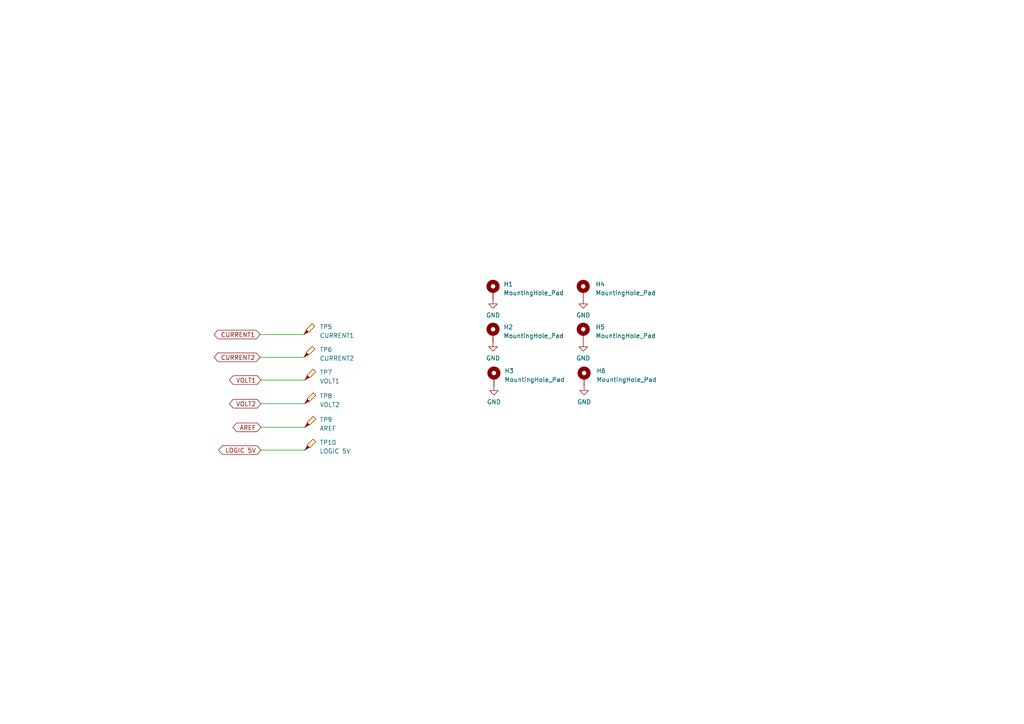
<source format=kicad_sch>
(kicad_sch (version 20230121) (generator eeschema)
  (paper "A4")
  (lib_symbols
    (symbol "Connector:TestPoint_Probe" (pin_numbers hide) (pin_names (offset 0.762) hide)
      (property "Reference" "TP" (at 1.651 5.842 0))
      (property "Value" "TestPoint_Probe" (at 1.651 4.064 0))
      (symbol "TestPoint_Probe_0_1"
        (polyline (pts (xy 1.27 0.762) (xy 0 0) (xy 0.762 1.27) (xy 1.27 0.762)) (fill (type outline)))
        (polyline (pts (xy 1.397 0.635) (xy 0.635 1.397) (xy 2.413 3.175) (xy 3.175 2.413) (xy 1.397 0.635)) (fill (type background)))
      )
      (symbol "TestPoint_Probe_1_1"
        (pin passive line (at 0 0 90) (length 0) (name "1") (number "1"))
      )
    )
    (symbol "Mechanical:MountingHole_Pad" (pin_numbers hide) (pin_names (offset 1.016) hide)
      (property "Reference" "H" (at 0 6.35 0))
      (property "Value" "MountingHole_Pad" (at 0 4.445 0))
      (symbol "MountingHole_Pad_0_1"
        (circle (center 0 1.27) (radius 1.27) (stroke (width 1.27)))
      )
      (symbol "MountingHole_Pad_1_1"
        (pin input line (at 0 -2.54 90) (length 2.54) (name "1") (number "1"))
      )
    )
    (symbol "power:GND" (power) (pin_names (offset 0))
      (property "Value" "GND" (at 0 -3.81 0))
      (symbol "GND_0_1"
        (polyline (pts (xy 0 0) (xy 0 -1.27) (xy 1.27 -1.27) (xy 0 -2.54) (xy -1.27 -1.27) (xy 0 -1.27)))
      )
      (symbol "GND_1_1"
        (pin power_in line (at 0 0 270) (length 0) hide (name "GND") (number "1"))
      )
    )
  )
  (wire (pts (xy 75.692 110.236) (xy 88.392 110.236)))
  (wire (pts (xy 75.692 130.556) (xy 88.392 130.556)))
  (wire (pts (xy 75.692 123.952) (xy 88.392 123.952)))
  (wire (pts (xy 75.438 103.632) (xy 88.138 103.632)))
  (wire (pts (xy 75.692 117.094) (xy 88.392 117.094)))
  (wire (pts (xy 75.438 97.028) (xy 88.138 97.028)))
  (global_label "CURRENT2" (shape bidirectional) (at 75.438 103.632 180) (property "Intersheetrefs" "${INTERSHEET_REFS}" (effects hide)))
  (global_label "LOGIC 5V" (shape bidirectional) (at 75.692 130.556 180) (property "Intersheetrefs" "${INTERSHEET_REFS}" (effects hide)))
  (global_label "AREF" (shape bidirectional) (at 75.692 123.952 180) (property "Intersheetrefs" "${INTERSHEET_REFS}" (effects hide)))
  (global_label "CURRENT1" (shape bidirectional) (at 75.438 97.028 180) (property "Intersheetrefs" "${INTERSHEET_REFS}" (effects hide)))
  (global_label "VOLT2" (shape bidirectional) (at 75.692 117.094 180) (property "Intersheetrefs" "${INTERSHEET_REFS}" (effects hide)))
  (global_label "VOLT1" (shape bidirectional) (at 75.692 110.236 180) (property "Intersheetrefs" "${INTERSHEET_REFS}" (effects hide)))
  (symbol (lib_id "Mechanical:MountingHole_Pad") (at 143.002 84.328 0) (unit 1)
    (property "Reference" "H1" (at 146.05 82.423 0) (effects (justify left)))
    (property "Value" "MountingHole_Pad" (at 146.05 84.963 0) (effects (justify left)))
    (property "Footprint" "MountingHole:MountingHole_3.2mm_M3_Pad_Via" (effects hide))
  )
  (symbol (lib_id "Mechanical:MountingHole_Pad") (at 143.002 96.774 0) (unit 1)
    (property "Reference" "H2" (at 146.05 94.869 0) (effects (justify left)))
    (property "Value" "MountingHole_Pad" (at 146.05 97.409 0) (effects (justify left)))
    (property "Footprint" "MountingHole:MountingHole_3.2mm_M3_Pad_Via" (effects hide))
  )
  (symbol (lib_id "power:GND") (at 143.256 112.014 0) (unit 1)
    (property "Reference" "#PWR0108" (effects hide))
    (property "Value" "GND" (at 143.256 116.586 0))
  )
  (symbol (lib_id "Mechanical:MountingHole_Pad") (at 143.256 109.474 0) (unit 1)
    (property "Reference" "H3" (at 146.304 107.569 0) (effects (justify left)))
    (property "Value" "MountingHole_Pad" (at 146.304 110.109 0) (effects (justify left)))
    (property "Footprint" "MountingHole:MountingHole_3.2mm_M3_Pad_Via" (effects hide))
  )
  (symbol (lib_id "Mechanical:MountingHole_Pad") (at 169.164 84.328 0) (unit 1)
    (property "Reference" "H4" (at 172.72 82.423 0) (effects (justify left)))
    (property "Value" "MountingHole_Pad" (at 172.72 84.963 0) (effects (justify left)))
    (property "Footprint" "MountingHole:MountingHole_3.2mm_M3_Pad_Via" (effects hide))
  )
  (symbol (lib_id "power:GND") (at 169.164 99.314 0) (unit 1)
    (property "Reference" "#PWR0110" (effects hide))
    (property "Value" "GND" (at 169.164 103.886 0))
  )
  (symbol (lib_id "Mechanical:MountingHole_Pad") (at 169.418 109.474 0) (unit 1)
    (property "Reference" "H6" (at 172.974 107.569 0) (effects (justify left)))
    (property "Value" "MountingHole_Pad" (at 172.974 110.109 0) (effects (justify left)))
    (property "Footprint" "MountingHole:MountingHole_3.2mm_M3_Pad_Via" (effects hide))
  )
  (symbol (lib_id "power:GND") (at 143.002 86.868 0) (unit 1)
    (property "Reference" "#PWR0106" (effects hide))
    (property "Value" "GND" (at 143.002 91.44 0))
  )
  (symbol (lib_id "Mechanical:MountingHole_Pad") (at 169.164 96.774 0) (unit 1)
    (property "Reference" "H5" (at 172.72 94.869 0) (effects (justify left)))
    (property "Value" "MountingHole_Pad" (at 172.72 97.409 0) (effects (justify left)))
    (property "Footprint" "MountingHole:MountingHole_3.2mm_M3_Pad_Via" (effects hide))
  )
  (symbol (lib_id "Connector:TestPoint_Probe") (at 88.392 130.556 0) (unit 1)
    (property "Reference" "TP10" (at 92.71 128.3335 0) (effects (justify left)))
    (property "Value" "LOGIC 5V" (at 92.71 130.8735 0) (effects (justify left)))
    (property "Footprint" "Mechatronics TestP:CONN1_RCU-0C_TEC" (effects hide))
  )
  (symbol (lib_id "power:GND") (at 169.164 86.868 0) (unit 1)
    (property "Reference" "#PWR0109" (effects hide))
    (property "Value" "GND" (at 169.164 91.44 0))
  )
  (symbol (lib_id "Connector:TestPoint_Probe") (at 88.392 110.236 0) (unit 1)
    (property "Reference" "TP7" (at 92.71 108.0135 0) (effects (justify left)))
    (property "Value" "VOLT1" (at 92.71 110.5535 0) (effects (justify left)))
    (property "Footprint" "Mechatronics TestP:CONN1_RCU-0C_TEC" (effects hide))
  )
  (symbol (lib_id "power:GND") (at 169.418 112.014 0) (unit 1)
    (property "Reference" "#PWR0111" (effects hide))
    (property "Value" "GND" (at 169.418 116.586 0))
  )
  (symbol (lib_id "Connector:TestPoint_Probe") (at 88.392 123.952 0) (unit 1)
    (property "Reference" "TP9" (at 92.71 121.7295 0) (effects (justify left)))
    (property "Value" "AREF" (at 92.71 124.2695 0) (effects (justify left)))
    (property "Footprint" "Mechatronics TestP:CONN1_RCU-0C_TEC" (effects hide))
  )
  (symbol (lib_id "Connector:TestPoint_Probe") (at 88.392 117.094 0) (unit 1)
    (property "Reference" "TP8" (at 92.71 114.8715 0) (effects (justify left)))
    (property "Value" "VOLT2" (at 92.71 117.4115 0) (effects (justify left)))
    (property "Footprint" "Mechatronics TestP:CONN1_RCU-0C_TEC" (effects hide))
  )
  (symbol (lib_id "Connector:TestPoint_Probe") (at 88.138 103.632 0) (unit 1)
    (property "Reference" "TP6" (at 92.71 101.4095 0) (effects (justify left)))
    (property "Value" "CURRENT2" (at 92.71 103.9495 0) (effects (justify left)))
    (property "Footprint" "Mechatronics TestP:CONN1_RCU-0C_TEC" (effects hide))
  )
  (symbol (lib_id "power:GND") (at 143.002 99.314 0) (unit 1)
    (property "Reference" "#PWR0107" (effects hide))
    (property "Value" "GND" (at 143.002 103.886 0))
  )
  (symbol (lib_id "Connector:TestPoint_Probe") (at 88.138 97.028 0) (unit 1)
    (property "Reference" "TP5" (at 92.71 94.8055 0) (effects (justify left)))
    (property "Value" "CURRENT1" (at 92.71 97.3455 0) (effects (justify left)))
    (property "Footprint" "Mechatronics TestP:CONN1_RCU-0C_TEC" (effects hide))
  )
)
</source>
